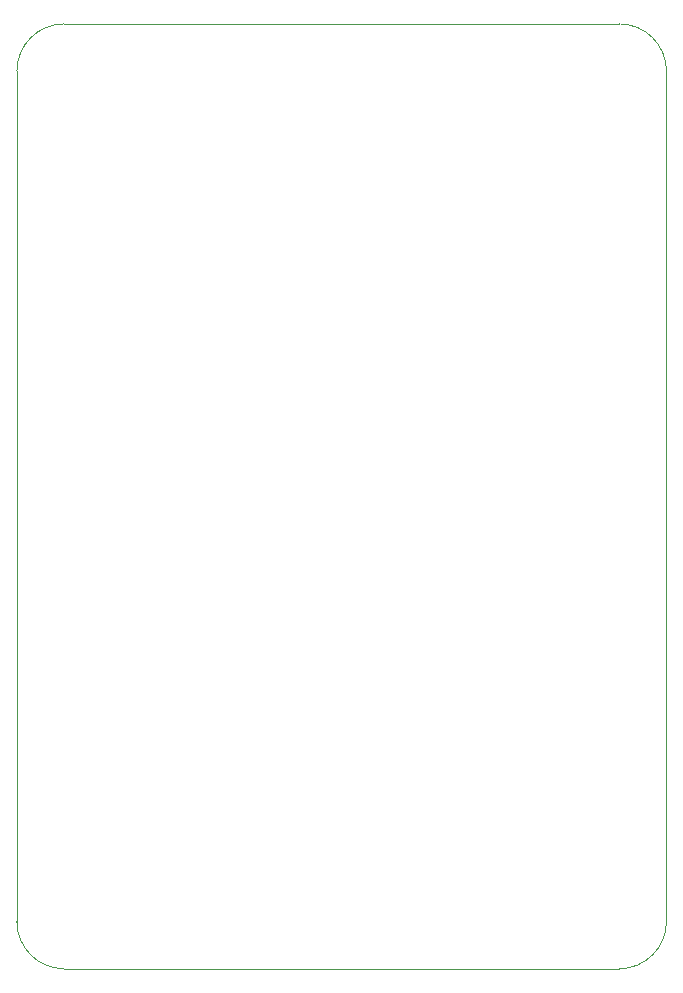
<source format=gbr>
%TF.GenerationSoftware,KiCad,Pcbnew,7.0.10*%
%TF.CreationDate,2024-01-21T20:38:52+01:00*%
%TF.ProjectId,Nemesis-MixSigPCB,4e656d65-7369-4732-9d4d-697853696750,1*%
%TF.SameCoordinates,Original*%
%TF.FileFunction,Profile,NP*%
%FSLAX46Y46*%
G04 Gerber Fmt 4.6, Leading zero omitted, Abs format (unit mm)*
G04 Created by KiCad (PCBNEW 7.0.10) date 2024-01-21 20:38:52*
%MOMM*%
%LPD*%
G01*
G04 APERTURE LIST*
%TA.AperFunction,Profile*%
%ADD10C,0.100000*%
%TD*%
G04 APERTURE END LIST*
D10*
X175000000Y-126000000D02*
X175000000Y-54000000D01*
X171000000Y-130000000D02*
G75*
G03*
X175000000Y-126000000I0J4000000D01*
G01*
X171000000Y-50000000D02*
X124000000Y-50000000D01*
X124000000Y-130000000D02*
X171000000Y-130000000D01*
X175000000Y-54000000D02*
G75*
G03*
X171000000Y-50000000I-4000000J0D01*
G01*
X120000000Y-126000000D02*
G75*
G03*
X124000000Y-130000000I4000000J0D01*
G01*
X120000000Y-54000000D02*
X120000000Y-126000000D01*
X124000000Y-50000000D02*
G75*
G03*
X120000000Y-54000000I0J-4000000D01*
G01*
M02*

</source>
